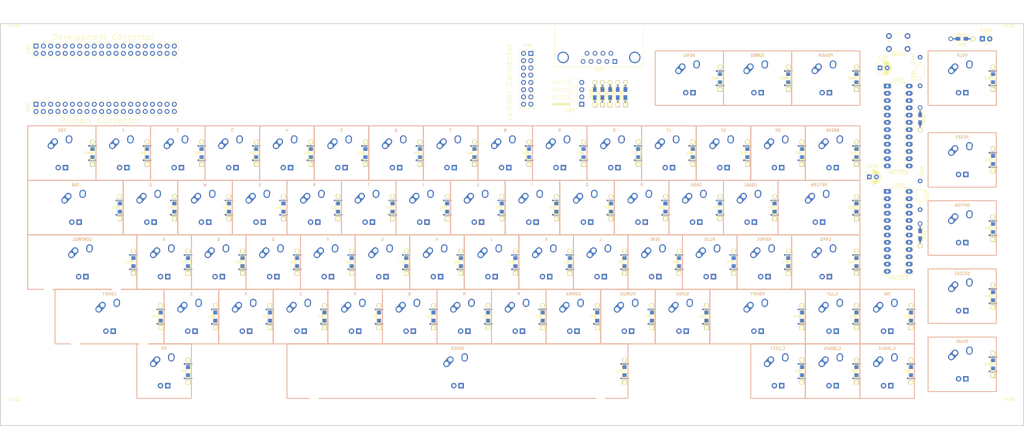
<source format=kicad_pcb>
(kicad_pcb (version 20221018) (generator pcbnew)
  (layers (0 "F.Cu" signal) (31 "B.Cu" signal) (34 "B.Paste" user) (35 "F.Paste" user) (36 "B.SilkS" user "B.Silkscreen") (37 "F.SilkS" user "F.Silkscreen") (38 "B.Mask" user) (39 "F.Mask" user) (44 "Edge.Cuts" user))
  (net 0 "")
  (net 1 "SW_ROW9")
  (net 2 "Net-(D101-K)")
  (net 3 "Net-(D102-K)")
  (net 4 "Net-(D103-K)")
  (net 5 "Net-(D104-K)")
  (net 6 "Net-(D105-K)")
  (net 7 "Net-(D106-K)")
  (net 8 "VCC")
  (net 9 "GND")
  (net 10 "SW_COL1")
  (net 11 "/JS1_APAD")
  (net 12 "/JS1_BPAD")
  (net 13 "RST")
  (net 14 "SW_COL2")
  (net 15 "SW_COL3")
  (net 16 "SW_COL4")
  (net 17 "SW_COL5")
  (net 18 "Net-(U101-ISET)")
  (net 19 "SW_ROW1")
  (net 20 "SW_ROW2")
  (net 21 "SW_ROW3")
  (net 22 "SW_ROW4")
  (net 23 "SW_ROW5")
  (net 24 "SW_ROW6")
  (net 25 "SW_ROW7")
  (net 26 "SW_ROW8")
  (net 27 "SDA")
  (net 28 "/DP21")
  (net 29 "/DP22")
  (net 30 "/DP23")
  (net 31 "/DP24")
  (net 32 "/DP25")
  (net 33 "SPI_CS1")
  (net 34 "SPI_MOSI")
  (net 35 "SPI_CLK")
  (net 36 "SPI_MISO")
  (net 37 "SPI_CS2")
  (net 38 "/DP26")
  (net 39 "/DP27")
  (net 40 "/DP28")
  (net 41 "/DP29")
  (net 42 "/DP30")
  (net 43 "SW_COL9")
  (net 44 "SW_COL8")
  (net 45 "SW_COL7")
  (net 46 "SW_COL6")
  (net 47 "SCL")
  (net 48 "Net-(U102-ISET)")
  (net 49 "LED_ROW1")
  (net 50 "LED_COL1")
  (net 51 "LED_COL2")
  (net 52 "LED_COL3")
  (net 53 "LED_COL4")
  (net 54 "LED_COL5")
  (net 55 "LED_COL6")
  (net 56 "LED_COL7")
  (net 57 "LED_COL8")
  (net 58 "LED_COL9")
  (net 59 "LED_ROW2")
  (net 60 "LED_ROW3")
  (net 61 "LED_ROW4")
  (net 62 "LED_ROW5")
  (net 63 "LED_ROW6")
  (net 64 "LED_ROW7")
  (net 65 "LED_ROW8")
  (net 66 "/SPI_D2")
  (net 80 "LED_ROW9")
  (net 99 "Net-(D200-A)")
  (net 100 "Net-(D201-A)")
  (net 101 "Net-(D202-A)")
  (net 102 "Net-(D203-A)")
  (net 103 "Net-(D204-A)")
  (net 104 "Net-(D205-A)")
  (net 105 "Net-(D206-A)")
  (net 106 "Net-(D207-A)")
  (net 107 "Net-(D208-A)")
  (net 108 "Net-(D209-A)")
  (net 109 "Net-(D210-A)")
  (net 110 "Net-(D211-A)")
  (net 111 "Net-(D212-A)")
  (net 112 "Net-(D213-A)")
  (net 113 "Net-(D214-A)")
  (net 114 "Net-(D215-A)")
  (net 115 "Net-(D216-A)")
  (net 116 "Net-(D217-A)")
  (net 117 "Net-(D218-A)")
  (net 118 "Net-(D219-A)")
  (net 119 "Net-(D220-A)")
  (net 120 "Net-(D221-A)")
  (net 121 "Net-(D222-A)")
  (net 122 "Net-(D223-A)")
  (net 123 "Net-(D224-A)")
  (net 124 "Net-(D225-A)")
  (net 125 "Net-(D226-A)")
  (net 126 "Net-(D227-A)")
  (net 127 "Net-(D228-A)")
  (net 128 "Net-(D229-A)")
  (net 129 "Net-(D230-A)")
  (net 130 "Net-(D231-A)")
  (net 131 "Net-(D232-A)")
  (net 132 "Net-(D233-A)")
  (net 133 "Net-(D234-A)")
  (net 134 "Net-(D235-A)")
  (net 135 "Net-(D236-A)")
  (net 136 "Net-(D237-A)")
  (net 137 "Net-(D238-A)")
  (net 138 "Net-(D239-A)")
  (net 139 "Net-(D240-A)")
  (net 140 "Net-(D241-A)")
  (net 141 "Net-(D242-A)")
  (net 142 "Net-(D243-A)")
  (net 143 "Net-(D244-A)")
  (net 144 "Net-(D245-A)")
  (net 145 "Net-(D246-A)")
  (net 146 "Net-(D247-A)")
  (net 147 "Net-(D248-A)")
  (net 148 "Net-(D249-A)")
  (net 149 "Net-(D250-A)")
  (net 150 "Net-(D251-A)")
  (net 151 "Net-(D252-A)")
  (net 152 "Net-(D253-A)")
  (net 153 "Net-(D254-A)")
  (net 154 "Net-(D255-A)")
  (net 155 "Net-(D256-A)")
  (net 156 "Net-(D257-A)")
  (net 157 "Net-(D258-A)")
  (net 158 "Net-(D259-A)")
  (net 159 "Net-(D260-A)")
  (net 160 "Net-(D261-A)")
  (net 161 "Net-(D262-A)")
  (net 162 "Net-(D263-A)")
  (net 163 "Net-(D264-A)")
  (net 164 "Net-(D265-A)")
  (net 165 "Net-(D266-A)")
  (net 166 "Net-(D267-A)")
  (net 167 "Net-(D268-A)")
  (net 168 "Net-(D269-A)")
  (footprint "retro-kbd:Diode-dual" (layer "F.Cu") (at 260.74688 223.83750 -90)
    (fp_text reference "D238")
    (fp_text value "LT" hide)
  )
  (footprint "retro-kbd:Diode-dual" (layer "F.Cu") (at 251.22188 242.88750 -90)
    (fp_text reference "D243")
    (fp_text value "P" hide)
  )
  (footprint "retro-kbd:Diode-dual" (layer "F.Cu") (at 231.888 203.036 -90)
    (fp_text reference "D103")
    (fp_text value "JS1_DOWN" hide)
  )
  (footprint "retro-kbd:Diode-dual" (layer "F.Cu") (at 213.12188 242.88750 -90)
    (fp_text reference "D217")
    (fp_text value "I" hide)
  )
  (footprint "mx_alps:MX-1U" (layer "F.Cu") (at 71.437500 242.88750 0)
    (fp_text reference "SW210")
    (fp_text value "Q")
  )
  (footprint "retro-kbd:Diode-dual" (layer "F.Cu") (at 103.58438 261.93750 -90)
    (fp_text reference "D220")
    (fp_text value "S" hide)
  )
  (footprint "retro-kbd:Diode-dual" (layer "F.Cu") (at 217.88438 261.93750 -90)
    (fp_text reference "D226")
    (fp_text value "K" hide)
  )
  (footprint "mx_alps:MX-1U" (layer "F.Cu") (at 128.58750 242.88750 0)
    (fp_text reference "SW213")
    (fp_text value "R")
  )
  (footprint "retro-kbd:Diode-dual" (layer "F.Cu") (at 79.771875 242.88750 -90)
    (fp_text reference "D210")
    (fp_text value "Q" hide)
  )
  (footprint "retro-kbd:Diode-dual" (layer "F.Cu") (at 117.87188 242.88750 -90)
    (fp_text reference "D212")
    (fp_text value "E" hide)
  )
  (footprint "retro-kbd:Diode-dual" (layer "F.Cu") (at 127.39688 223.83750 -90)
    (fp_text reference "D204")
    (fp_text value "4" hide)
  )
  (footprint "retro-kbd:Diode-dual" (layer "F.Cu") (at 336.94688 280.98750 -90)
    (fp_text reference "D245")
    (fp_text value "INV" hide)
  )
  (footprint "retro-kbd:Diode-dual" (layer "F.Cu") (at 265.50938 280.98750 -90)
    (fp_text reference "D257")
    (fp_text value "SLASH" hide)
  )
  (footprint "mx_alps:MX-6.25U" (layer "F.Cu") (at 178.59375 300.03750 0)
    (fp_text reference "SW254")
    (fp_text value "SPACE")
  )
  (footprint "retro-kbd:Diode-dual" (layer "F.Cu") (at 241.69688 223.83750 -90)
    (fp_text reference "D237")
    (fp_text value "0" hide)
  )
  (footprint "retro-kbd:Diode-dual" (layer "F.Cu") (at 136.92188 242.88750 -90)
    (fp_text reference "D213")
    (fp_text value "R" hide)
  )
  (footprint "mx_alps:MX-1U" (layer "F.Cu") (at 104.77500 280.98750 0)
    (fp_text reference "SW229")
    (fp_text value "X")
  )
  (footprint "mx_alps:MX-1U" (layer "F.Cu") (at 109.53750 242.88750 0)
    (fp_text reference "SW212")
    (fp_text value "E")
  )
  (footprint "Capacitor_THT:CP_Radial_D5.0mm_P2.50mm" (layer "F.Cu") (at 326.136 194.056)
    (fp_text reference "C101")
    (fp_text value "47uF")
  )
  (footprint "retro-kbd:Diode-dual" (layer "F.Cu") (at 255.98438 261.93750 -90)
    (fp_text reference "D250")
    (fp_text value "SEMI" hide)
  )
  (footprint "retro-kbd:Diode-dual" (layer "F.Cu") (at 298.84688 300.03750 -90)
    (fp_text reference "D259")
    (fp_text value "C_LEFT" hide)
  )
  (footprint "retro-kbd:Diode-dual" (layer "F.Cu") (at 365.52188 250.03125 -90)
    (fp_text reference "D263")
    (fp_text value "OPTION" hide)
  )
  (footprint "mx_alps:MX-1.25U" (layer "F.Cu") (at 259.55625 197.64375 0)
    (fp_text reference "SW267")
    (fp_text value "MENU")
  )
  (footprint "mx_alps:MX-1U" (layer "F.Cu") (at 61.912500 223.83750 0)
    (fp_text reference "SW201")
    (fp_text value "1")
  )
  (footprint "mx_alps:MX-1U" (layer "F.Cu") (at 180.97500 280.98750 0)
    (fp_text reference "SW233")
    (fp_text value "N")
  )
  (footprint "retro-kbd:Diode-dual" (layer "F.Cu") (at 289.32188 242.88750 -90)
    (fp_text reference "D252")
    (fp_text value "EQUAL" hide)
  )
  (footprint "mx_alps:MX-1U" (layer "F.Cu") (at 195.26250 223.83750 0)
    (fp_text reference "SW208")
    (fp_text value "8")
  )
  (footprint "mx_alps:MX-1U" (layer "F.Cu") (at 204.78750 242.88750 0)
    (fp_text reference "SW217")
    (fp_text value "I")
  )
  (footprint "Connector_Dsub:DSUB-9_Male_Horizontal_P2.77x2.84mm_EdgePinOffset9.90mm_Housed_MountingHolesOffset11.32mm" (layer "F.Cu") (at 233.541 191.816 180)
    (fp_text reference "J101")
    (fp_text value "PLAYER 1")
  )
  (footprint "mx_alps:MX-1U" (layer "F.Cu") (at 290.51250 300.03750 0)
    (fp_text reference "SW259")
    (fp_text value "C_LEFT")
  )
  (footprint "mx_alps:MX-1U" (layer "F.Cu") (at 142.87500 280.98750 0)
    (fp_text reference "SW231")
    (fp_text value "V")
  )
  (footprint "retro-kbd:Diode-dual" (layer "F.Cu") (at 317.89688 242.88750 -90)
    (fp_text reference "D253")
    (fp_text value "RETURN" hide)
  )
  (footprint "mx_alps:MX-1U" (layer "F.Cu") (at 138.11250 223.83750 0)
    (fp_text reference "SW205")
    (fp_text value "5")
  )
  (footprint "Package_DIP:DIP-24_W7.62mm_Socket_LongPads" (layer "F.Cu") (at 328.676 237.236)
    (fp_text reference "U102")
    (fp_text value "MAX7219")
  )
  (footprint "mx_alps:MX-1U" (layer "F.Cu") (at 290.51250 223.83750 0)
    (fp_text reference "SW240")
    (fp_text value "BS")
  )
  (footprint "mx_alps:MX-1U" (layer "F.Cu") (at 166.68750 242.88750 0)
    (fp_text reference "SW215")
    (fp_text value "Y")
  )
  (footprint "mx_alps:MX-1U" (layer "F.Cu") (at 80.962500 223.83750 0)
    (fp_text reference "SW202")
    (fp_text value "2")
  )
  (footprint "retro-kbd:Diode-dual" (layer "F.Cu") (at 222.64688 223.83750 -90)
    (fp_text reference "D236")
    (fp_text value "9" hide)
  )
  (footprint "retro-kbd:Diode-dual" (layer "F.Cu") (at 65.484375 261.93750 -90)
    (fp_text reference "D218")
    (fp_text value "CONTROL" hide)
  )
  (footprint "Connector_PinSocket_2.54mm:PinSocket_2x08_P2.54mm_Vertical" (layer "F.Cu") (at 204.216 188.976)
    (fp_text reference "J104")
    (fp_text value "Jumper Connector")
  )
  (footprint "Connector_PinSocket_2.54mm:PinSocket_2x20_P2.54mm_Vertical" (layer "F.Cu") (at 31.496 186.436 90)
    (fp_text reference "J102")
    (fp_text value "Development Connector")
  )
  (footprint "MountingHole:MountingHole_3.2mm_M3" (layer "F.Cu") (at 371.23750 183.59375 0)
    (fp_text reference "H103")
    (fp_text value "MountingHole")
  )
  (footprint "keebio:Resistor-Hybrid" (layer "F.Cu") (at 354.711 183.896 180)
    (fp_text reference "R103")
    (fp_text value "220R")
  )
  (footprint "retro-kbd:Diode-dual" (layer "F.Cu") (at 179.78438 261.93750 -90)
    (fp_text reference "D224")
    (fp_text value "H" hide)
  )
  (footprint "retro-kbd:Diode-dual" (layer "F.Cu") (at 203.59688 223.83750 -90)
    (fp_text reference "D208")
    (fp_text value "8" hide)
  )
  (footprint "Connector_PinSocket_2.54mm:PinSocket_2x20_P2.54mm_Vertical" (layer "F.Cu") (at 31.496 206.756 90)
    (fp_text reference "J105")
    (fp_text value "Primary Connector")
  )
  (footprint "mx_alps:MX-1U" (layer "F.Cu") (at 161.92500 280.98750 0)
    (fp_text reference "SW232")
    (fp_text value "B")
  )
  (footprint "Capacitor_THT:C_Axial_L3.8mm_D2.6mm_P10.00mm_Horizontal" (layer "F.Cu") (at 340.106 200.326 90)
    (fp_text reference "C102")
    (fp_text value "0.1uF")
  )
  (footprint "mx_alps:MX-1U" (layer "F.Cu") (at 185.73750 242.88750 0)
    (fp_text reference "SW216")
    (fp_text value "U")
  )
  (footprint "retro-kbd:Diode-dual" (layer "F.Cu") (at 108.34688 223.83750 -90)
    (fp_text reference "D203")
    (fp_text value "3" hide)
  )
  (footprint "retro-kbd:Diode-dual" (layer "F.Cu") (at 365.52188 226.21875 -90)
    (fp_text reference "D264")
    (fp_text value "RESET" hide)
  )
  (footprint "retro-kbd:Diode-dual" (layer "F.Cu") (at 236.93438 261.93750 -90)
    (fp_text reference "D251")
    (fp_text value "L" hide)
  )
  (footprint "mx_alps:MX-1.25U" (layer "F.Cu") (at 354.80625 197.64375 0)
    (fp_text reference "SW265")
    (fp_text value "HELP")
  )
  (footprint "mx_alps:MX-1U" (layer "F.Cu") (at 247.65000 261.93750 0)
    (fp_text reference "SW250")
    (fp_text value "SEMI")
  )
  (footprint "retro-kbd:Diode-dual" (layer "F.Cu") (at 122.63438 261.93750 -90)
    (fp_text reference "D221")
    (fp_text value "D" hide)
  )
  (footprint "Capacitor_THT:C_Axial_L3.8mm_D2.6mm_P10.00mm_Horizontal" (layer "F.Cu") (at 340.106 243.586 90)
    (fp_text reference "C104")
    (fp_text value "0.1uF")
  )
  (footprint "retro-kbd:Diode-dual" (layer "F.Cu") (at 89.296875 223.83750 -90)
    (fp_text reference "D202")
    (fp_text value "2" hide)
  )
  (footprint "retro-kbd:Diode-dual" (layer "F.Cu") (at 75.009375 280.98750 -90)
    (fp_text reference "D227")
    (fp_text value "LSHIFT" hide)
  )
  (footprint "retro-kbd:Diode-dual" (layer "F.Cu") (at 365.52188 197.64375 -90)
    (fp_text reference "D265")
    (fp_text value "HELP" hide)
  )
  (footprint "retro-kbd:Diode-dual" (layer "F.Cu") (at 336.94688 300.03750 -90)
    (fp_text reference "D261")
    (fp_text value "C_RIGHT" hide)
  )
  (footprint "mx_alps:MX-1U" (layer "F.Cu") (at 90.487500 242.88750 0)
    (fp_text reference "SW211")
    (fp_text value "W")
  )
  (footprint "mx_alps:MX-1U" (layer "F.Cu") (at 123.82500 280.98750 0)
    (fp_text reference "SW230")
    (fp_text value "C")
  )
  (footprint "retro-kbd:Diode-dual" (layer "F.Cu") (at 279.79688 223.83750 -90)
    (fp_text reference "D239")
    (fp_text value "GT" hide)
  )
  (footprint "retro-kbd:Diode-dual" (layer "F.Cu") (at 146.44688 223.83750 -90)
    (fp_text reference "D205")
    (fp_text value "5" hide)
  )
  (footprint "MountingHole:MountingHole_3.2mm_M3" (layer "F.Cu") (at 371.23750 314.08750 0)
    (fp_text reference "H104")
    (fp_text value "MountingHole")
  )
  (footprint "mx_alps:MX-1U" (layer "F.Cu") (at 100.01250 223.83750 0)
    (fp_text reference "SW203")
    (fp_text value "3")
  )
  (footprint "mx_alps:MX-1.25U" (layer "F.Cu") (at 354.80625 226.21875 0)
    (fp_text reference "SW264")
    (fp_text value "RESET")
  )
  (footprint "mx_alps:MX-1U" (layer "F.Cu") (at 114.30000 261.93750 0)
    (fp_text reference "SW221")
    (fp_text value "D")
  )
  (footprint "mx_alps:MX-1U" (layer "F.Cu") (at 223.83750 242.88750 0)
    (fp_text reference "SW242")
    (fp_text value "O")
  )
  (footprint "mx_alps:MX-1U" (layer "F.Cu") (at 200.02500 280.98750 0)
    (fp_text reference "SW234")
    (fp_text value "M")
  )
  (footprint "mx_alps:MX-1U" (layer "F.Cu") (at 271.46250 223.83750 0)
    (fp_text reference "SW239")
    (fp_text value "GT")
  )
  (footprint "mx_alps:MX-1U" (layer "F.Cu") (at 228.60000 261.93750 0)
    (fp_text reference "SW251")
    (fp_text value "L")
  )
  (footprint "retro-kbd:Diode-dual" (layer "F.Cu") (at 229.214 203.036 -90)
    (fp_text reference "D104")
    (fp_text value "JS1_LEFT" hide)
  )
  (footprint "mx_alps:MX-1.25U" (layer "F.Cu") (at 283.36875 197.64375 0)
    (fp_text reference "SW268")
    (fp_text value "TURBO")
  )
  (footprint "Package_DIP:DIP-24_W7.62mm_Socket_LongPads" (layer "F.Cu") (at 328.676 200.406)
    (fp_text reference "U101")
    (fp_text value "MAX7219")
  )
  (footprint "Button_Switch_THT:SW_PUSH_6mm" (layer "F.Cu") (at 335.736 187.416 180)
    (fp_text reference "SW101")
    (fp_text value "RESET")
  )
  (footprint "mx_alps:MX-2U" (layer "F.Cu") (at 47.625000 261.93750 0)
    (fp_text reference "SW218")
    (fp_text value "CONTROL")
  )
  (footprint "retro-kbd:Diode-dual" (layer "F.Cu") (at 208.35938 280.98750 -90)
    (fp_text reference "D234")
    (fp_text value "M" hide)
  )
  (footprint "mx_alps:MX-1U" (layer "F.Cu") (at 266.70000 261.93750 0)
    (fp_text reference "SW249")
    (fp_text value "PLUS")
  )
  (footprint "retro-kbd:Diode-dual" (layer "F.Cu") (at 151.20938 280.98750 -90)
    (fp_text reference "D231")
    (fp_text value "V" hide)
  )
  (footprint "mx_alps:MX-1U" (layer "F.Cu") (at 119.06250 223.83750 0)
    (fp_text reference "SW204")
    (fp_text value "4")
  )
  (footprint "retro-kbd:Diode-dual" (layer "F.Cu") (at 294.08438 197.64375 -90)
    (fp_text reference "D268")
    (fp_text value "TURBO" hide)
  )
  (footprint "retro-kbd:Diode-dual" (layer "F.Cu") (at 275.03438 261.93750 -90)
    (fp_text reference "D249")
    (fp_text value "PLUS" hide)
  )
  (footprint "mx_alps:MX-1U" (layer "F.Cu") (at 190.50000 261.93750 0)
    (fp_text reference "SW225")
    (fp_text value "J")
  )
  (footprint "retro-kbd:Diode-dual" (layer "F.Cu") (at 317.89688 197.64375 -90)
    (fp_text reference "D266")
    (fp_text value "POWER" hide)
  )
  (footprint "retro-kbd:Diode-dual" (layer "F.Cu") (at 165.49688 223.83750 -90)
    (fp_text reference "D206")
    (fp_text value "6" hide)
  )
  (footprint "mx_alps:MX-1U" (layer "F.Cu") (at 147.63750 242.88750 0)
    (fp_text reference "SW214")
    (fp_text value "T")
  )
  (footprint "retro-kbd:Diode-dual" (layer "F.Cu") (at 365.52188 273.84375 -90)
    (fp_text reference "D262")
    (fp_text value "SELECT" hide)
  )
  (footprint "keebio:Resistor-Hybrid" (layer "F.Cu") (at 340.106 252.386 90)
    (fp_text reference "R102")
    (fp_text value "22K" hide)
  )
  (footprint "mx_alps:MX-1U" (layer "F.Cu") (at 219.07500 280.98750 0)
    (fp_text reference "SW235")
    (fp_text value "COMMA")
  )
  (footprint "retro-kbd:Diode-dual" (layer "F.Cu") (at 234.562 203.036 -90)
    (fp_text reference "D102")
    (fp_text value "JS1_TRIG" hide)
  )
  (footprint "retro-kbd:Diode-dual" (layer "F.Cu") (at 189.30938 280.98750 -90)
    (fp_text reference "D233")
    (fp_text value "N" hide)
  )
  (footprint "retro-kbd:Diode-dual" (layer "F.Cu") (at 141.68438 261.93750 -90)
    (fp_text reference "D222")
    (fp_text value "F" hide)
  )
  (footprint "mx_alps:MX-1.25U" (layer "F.Cu") (at 354.80625 273.84375 0)
    (fp_text reference "SW262")
    (fp_text value "SELECT")
  )
  (footprint "mx_alps:MX-1U" (layer "F.Cu") (at 209.55000 261.93750 0)
    (fp_text reference "SW226")
    (fp_text value "K")
  )
  (footprint "mx_alps:MX-1.25U" (layer "F.Cu") (at 40.481250 223.83750 0)
    (fp_text reference "SW200")
    (fp_text value "ESC")
  )
  (footprint "mx_alps:MX-1U" (layer "F.Cu") (at 257.17500 280.98750 0)
    (fp_text reference "SW257")
    (fp_text value "SLASH")
  )
  (footprint "mx_alps:MX-1U" (layer "F.Cu") (at 328.61250 300.03750 0)
    (fp_text reference "SW261")
    (fp_text value "C_RIGHT")
  )
  (footprint "mx_alps:MX-1U" (layer "F.Cu") (at 280.98750 242.88750 0)
    (fp_text reference "SW252")
    (fp_text value "EQUAL")
  )
  (footprint "mx_alps:MX-1.5U" (layer "F.Cu") (at 304.80000 242.88750 0)
    (fp_text reference "SW253")
    (fp_text value "RETURN")
  )
  (footprint "mx_alps:MX-2U" (layer "F.Cu") (at 57.150000 280.98750 0)
    (fp_text reference "SW227")
    (fp_text value "LSHIFT")
  )
  (footprint "mx_alps:MX-1U" (layer "F.Cu") (at 238.12500 280.98750 0)
    (fp_text reference "SW256")
    (fp_text value "PERIOD")
  )
  (footprint "mx_alps:MX-1U" (layer "F.Cu") (at 328.61250 280.98750 0)
    (fp_text reference "SW245")
    (fp_text value "INV")
  )
  (footprint "retro-kbd:Diode-dual" (layer "F.Cu") (at 237.236 203.036 -90)
    (fp_text reference "D101")
    (fp_text value "JS1_UP" hide)
  )
  (footprint "retro-kbd:Diode-dual" (layer "F.Cu") (at 298.84688 280.98750 -90)
    (fp_text reference "D258")
    (fp_text value "RSHIFT" hide)
  )
  (footprint "retro-kbd:Diode-dual" (layer "F.Cu") (at 198.83438 261.93750 -90)
    (fp_text reference "D225")
    (fp_text value "J" hide)
  )
  (footprint "mx_alps:MX-1U" (layer "F.Cu") (at 242.88750 242.88750 0)
    (fp_text reference "SW243")
    (fp_text value "P")
  )
  (footprint "mx_alps:MX-1.75U" (layer "F.Cu") (at 45.243750 242.88750 0)
    (fp_text reference "SW209")
    (fp_text value "TAB")
  )
  (footprint "mx_alps:MX-1.25U" (layer "F.Cu") (at 307.18125 261.93750 0)
    (fp_text reference "SW247")
    (fp_text value "CAPS")
  )
  (footprint "retro-kbd:Diode-dual" (layer "F.Cu") (at 365.52188 297.65625 -90)
    (fp_text reference "D269")
    (fp_text value "START" hide)
  )
  (footprint "retro-kbd:Diode-dual" (layer "F.Cu") (at 175.02188 242.88750 -90)
    (fp_text reference "D215")
    (fp_text value "Y" hide)
  )
  (footprint "mx_alps:MX-1U" (layer "F.Cu") (at 157.16250 223.83750 0)
    (fp_text reference "SW206")
    (fp_text value "6")
  )
  (footprint "retro-kbd:Diode-dual" (layer "F.Cu") (at 294.08438 261.93750 -90)
    (fp_text reference "D248")
    (fp_text value "ASTRIX" hide)
  )
  (footprint "mx_alps:MX-1U" (layer "F.Cu") (at 261.93750 242.88750 0)
    (fp_text reference "SW244")
    (fp_text value "DASH")
  )
  (footprint "retro-kbd:Diode-dual" (layer "F.Cu") (at 194.07188 242.88750 -90)
    (fp_text reference "D216")
    (fp_text value "U" hide)
  )
  (footprint "mx_alps:MX-1.25U" (layer "F.Cu") (at 307.18125 197.64375 0)
    (fp_text reference "SW266")
    (fp_text value "POWER")
  )
  (footprint "mx_alps:MX-1.75U" (layer "F.Cu") (at 283.36875 280.98750 0)
    (fp_text reference "SW258")
    (fp_text value "RSHIFT")
  )
  (footprint "mx_alps:MX-1U" (layer "F.Cu") (at 309.56250 223.83750 0)
    (fp_text reference "SW241")
    (fp_text value "BREAK")
  )
  (footprint "retro-kbd:Diode-dual" (layer "F.Cu") (at 317.89688 261.93750 -90)
    (fp_text reference "D247")
    (fp_text value "CAPS" hide)
  )
  (footprint "retro-kbd:Diode-dual" (layer "F.Cu") (at 84.534375 261.93750 -90)
    (fp_text reference "D219")
    (fp_text value "A" hide)
  )
  (footprint "Connector_PinHeader_2.54mm:PinHeader_1x04_P2.54mm_Horizontal" (layer "F.Cu") (at 221.996 206.756 180)
    (fp_text reference "J103")
    (fp_text value "I2C DISPLAY")
  )
  (footprint "retro-kbd:Diode-dual" (layer "F.Cu") (at 226.54 203.036 -90)
    (fp_text reference "D105")
    (fp_text value "JS1_RIGHT" hide)
  )
  (footprint "retro-kbd:Diode-dual" (layer "F.Cu") (at 232.17188 242.88750 -90)
    (fp_text reference "D242")
    (fp_text value "O" hide)
  )
  (footprint "retro-kbd:Diode-dual" (layer "F.Cu") (at 113.10938 280.98750 -90)
    (fp_text reference "D229")
    (fp_text value "X" hide)
  )
  (footprint "retro-kbd:Diode-dual" (layer "F.Cu") (at 317.89688 300.03750 -90)
    (fp_text reference "D260")
    (fp_text value "C_DOWN" hide)
  )
  (footprint "retro-kbd:Diode-dual" (layer "F.Cu") (at 170.25938 280.98750 -90)
    (fp_text reference "D232")
    (fp_text value "B" hide)
  )
  (footprint "retro-kbd:Diode-dual" (layer "F.Cu") (at 236.93438 300.03750 -90)
    (fp_text reference "D254")
    (fp_text value "SPACE" hide)
  )
  (footprint "mx_alps:MX-1U" (layer "F.Cu") (at 285.75000 261.93750 0)
    (fp_text reference "SW248")
    (fp_text value "ASTRIX")
  )
  (footprint "retro-kbd:Diode-dual" (layer "F.Cu") (at 70.246875 223.83750 -90)
    (fp_text reference "D201")
    (fp_text value "1" hide)
  )
  (footprint "retro-kbd:Diode-dual" (layer "F.Cu") (at 155.97188 242.88750 -90)
    (fp_text reference "D214")
    (fp_text value "T" hide)
  )
  (footprint "retro-kbd:Diode-dual" (layer "F.Cu") (at 51.196875 223.83750 -90)
    (fp_text reference "D200")
    (fp_text value "ESC" hide)
  )
  (footprint "retro-kbd:Diode-dual" (layer "F.Cu") (at 270.27188 197.64375 -90)
    (fp_text reference "D267")
    (fp_text value "MENU" hide)
  )
  (footprint "retro-kbd:Diode-dual" (layer "F.Cu") (at 132.15938 280.98750 -90)
    (fp_text reference "D230")
    (fp_text value "C" hide)
  )
  (footprint "Capacitor_THT:CP_Radial_D5.0mm_P2.50mm" (layer "F.Cu") (at 322.366 232.156)
    (fp_text reference "C103")
    (fp_text value "47uF")
  )
  (footprint "mx_alps:MX-1U" (layer "F.Cu") (at 233.36250 223.83750 0)
    (fp_text reference "SW237")
    (fp_text value "0")
  )
  (footprint "retro-kbd:Diode-dual" (layer "F.Cu") (at 98.821875 242.88750 -90)
    (fp_text reference "D211")
    (fp_text value "W" hide)
  )
  (footprint "mx_alps:MX-1U" (layer "F.Cu") (at 309.56250 300.03750 0)
    (fp_text reference "SW260")
    (fp_text value "C_DOWN")
  )
  (footprint "retro-kbd:Diode-dual" (layer "F.Cu") (at 60.721875 242.88750 -90)
    (fp_text reference "D209")
    (fp_text value "TAB" hide)
  )
  (footprint "mx_alps:MX-1U" (layer "F.Cu") (at 171.45000 261.93750 0)
    (fp_text reference "SW224")
    (fp_text value "H")
  )
  (footprint "retro-kbd:Diode-dual" (layer "F.Cu") (at 84.534375 300.03750 -90)
    (fp_text reference "D255")
    (fp_text value "FN" hide)
  )
  (footprint "mx_alps:MX-1.25U" (layer "F.Cu") (at 354.80625 250.03125 0)
    (fp_text reference "SW263")
    (fp_text value "OPTION")
  )
  (footprint "mx_alps:MX-1U" (layer "F.Cu") (at 309.56250 280.98750 0)
    (fp_text reference "SW246")
    (fp_text value "C_UP")
  )
  (footprint "mx_alps:MX-1U" (layer "F.Cu") (at 76.200000 300.03750 0)
    (fp_text reference "SW255")
    (fp_text value "FN")
  )
  (footprint "retro-kbd:Diode-dual" (layer "F.Cu") (at 246.45938 280.98750 -90)
    (fp_text reference "D256")
    (fp_text value "PERIOD" hide)
  )
  (footprint "mx_alps:MX-1U" (layer "F.Cu") (at 95.250000 261.93750 0)
    (fp_text reference "SW220")
    (fp_text value "S")
  )
  (footprint "retro-kbd:Diode-dual" (layer "F.Cu") (at 270.27188 242.88750 -90)
    (fp_text reference "D244")
    (fp_text value "DASH" hide)
  )
  (footprint "mx_alps:MX-1U" (layer "F.Cu") (at 214.31250 223.83750 0)
    (fp_text reference "SW236")
    (fp_text value "9")
  )
  (footprint "retro-kbd:Diode-dual" (layer "F.Cu") (at 184.54688 223.83750 -90)
    (fp_text reference "D207")
    (fp_text value "7" hide)
  )
  (footprint "keebio:Resistor-Hybrid" (layer "F.Cu") (at 340.106 211.836 90)
    (fp_text reference "R101")
    (fp_text value "22K" hide)
  )
  (footprint "retro-kbd:Diode-dual" (layer "F.Cu") (at 227.40938 280.98750 -90)
    (fp_text reference "D235")
    (fp_text value "COMMA" hide)
  )
  (footprint "retro-kbd:Diode-dual" (layer "F.Cu") (at 160.73438 261.93750 -90)
    (fp_text reference "D223")
    (fp_text value "G" hide)
  )
  (footprint "retro-kbd:Diode-dual" (layer "F.Cu") (at 317.89688 223.83750 -90)
    (fp_text reference "D241")
    (fp_text value "BREAK" hide)
  )
  (footprint "retro-kbd:Diode-dual" (layer "F.Cu") (at 317.89688 280.98750 -90)
    (fp_text reference "D246")
    (fp_text value "C_UP" hide)
  )
  (footprint "retro-kbd:Diode-dual" (layer "F.Cu") (at 94.059375 280.98750 -90)
    (fp_text reference "D228")
    (fp_text value "Z" hide)
  )
  (footprint "mx_alps:MX-1U" (layer "F.Cu") (at 176.21250 223.83750 0)
    (fp_text reference "SW207")
    (fp_text value "7")
  )
  (footprint "mx_alps:MX-1U" (layer "F.Cu") (at 133.35000 261.93750 0)
    (fp_text reference "SW222")
    (fp_text value "F")
  )
  (footprint "MountingHole:MountingHole_3.2mm_M3" (layer "F.Cu") (at 24.050000 314.08750 0)
    (fp_text reference "H102")
    (fp_text value "MountingHole")
  )
  (footprint "MountingHole:MountingHole_3.2mm_M3" (layer "F.Cu") (at 24.050000 183.59375 0)
    (fp_text reference "H101")
    (fp_text value "MountingHole")
  )
  (footprint "mx_alps:MX-1U" (layer "F.Cu") (at 152.40000 261.93750 0)
    (fp_text reference "SW223")
    (fp_text value "G")
  )
  (footprint "mx_alps:MX-1U" (layer "F.Cu") (at 85.725000 280.98750 0)
    (fp_text reference "SW228")
    (fp_text value "Z")
  )
  (footprint "retro-kbd:Diode-dual" (layer "F.Cu") (at 298.84688 223.83750 -90)
    (fp_text reference "D240")
    (fp_text value "BS" hide)
  )
  (footprint "mx_alps:MX-1U" (layer "F.Cu") (at 76.200000 261.93750 0)
    (fp_text reference "SW219")
    (fp_text value "A")
  )
  (footprint "LED_THT:LED_D3.0mm" (layer "F.Cu") (at 361.866 183.896 0)
    (fp_text reference "D106")
    (fp_text value "LED")
  )
  (footprint "mx_alps:MX-1.25U" (layer "F.Cu") (at 354.80625 297.65625 0)
    (fp_text reference "SW269")
    (fp_text value "START")
  )
  (footprint "mx_alps:MX-1U" (layer "F.Cu") (at 252.41250 223.83750 0)
    (fp_text reference "SW238")
    (fp_text value "LT")
  )
  (gr_rect (start 247.65000 188.11875) (end 271.46250 207.16875) (layer "F.SilkS") (width 0.3) (fill none))
  (gr_rect (start 247.65000 188.11875) (end 271.46250 207.16875) (layer "B.SilkS") (width 0.3) (fill none))
  (gr_rect (start 271.46250 188.11875) (end 295.27500 207.16875) (layer "F.SilkS") (width 0.3) (fill none))
  (gr_rect (start 271.46250 188.11875) (end 295.27500 207.16875) (layer "B.SilkS") (width 0.3) (fill none))
  (gr_rect (start 295.27500 188.11875) (end 319.08750 207.16875) (layer "F.SilkS") (width 0.3) (fill none))
  (gr_rect (start 295.27500 188.11875) (end 319.08750 207.16875) (layer "B.SilkS") (width 0.3) (fill none))
  (gr_rect (start 342.90000 188.11875) (end 366.71250 207.16875) (layer "F.SilkS") (width 0.3) (fill none))
  (gr_rect (start 342.90000 188.11875) (end 366.71250 207.16875) (layer "B.SilkS") (width 0.3) (fill none))
  (gr_rect (start 28.575000 214.31250) (end 52.387500 233.36250) (layer "F.SilkS") (width 0.3) (fill none))
  (gr_rect (start 28.575000 214.31250) (end 52.387500 233.36250) (layer "B.SilkS") (width 0.3) (fill none))
  (gr_rect (start 52.387500 214.31250) (end 71.437500 233.36250) (layer "F.SilkS") (width 0.3) (fill none))
  (gr_rect (start 52.387500 214.31250) (end 71.437500 233.36250) (layer "B.SilkS") (width 0.3) (fill none))
  (gr_rect (start 71.437500 214.31250) (end 90.487500 233.36250) (layer "F.SilkS") (width 0.3) (fill none))
  (gr_rect (start 71.437500 214.31250) (end 90.487500 233.36250) (layer "B.SilkS") (width 0.3) (fill none))
  (gr_rect (start 90.48750 214.31250) (end 109.53750 233.36250) (layer "F.SilkS") (width 0.3) (fill none))
  (gr_rect (start 90.48750 214.31250) (end 109.53750 233.36250) (layer "B.SilkS") (width 0.3) (fill none))
  (gr_rect (start 109.53750 214.31250) (end 128.58750 233.36250) (layer "F.SilkS") (width 0.3) (fill none))
  (gr_rect (start 109.53750 214.31250) (end 128.58750 233.36250) (layer "B.SilkS") (width 0.3) (fill none))
  (gr_rect (start 128.58750 214.31250) (end 147.63750 233.36250) (layer "F.SilkS") (width 0.3) (fill none))
  (gr_rect (start 128.58750 214.31250) (end 147.63750 233.36250) (layer "B.SilkS") (width 0.3) (fill none))
  (gr_rect (start 147.63750 214.31250) (end 166.68750 233.36250) (layer "F.SilkS") (width 0.3) (fill none))
  (gr_rect (start 147.63750 214.31250) (end 166.68750 233.36250) (layer "B.SilkS") (width 0.3) (fill none))
  (gr_rect (start 166.68750 214.31250) (end 185.73750 233.36250) (layer "F.SilkS") (width 0.3) (fill none))
  (gr_rect (start 166.68750 214.31250) (end 185.73750 233.36250) (layer "B.SilkS") (width 0.3) (fill none))
  (gr_rect (start 185.73750 214.31250) (end 204.78750 233.36250) (layer "F.SilkS") (width 0.3) (fill none))
  (gr_rect (start 185.73750 214.31250) (end 204.78750 233.36250) (layer "B.SilkS") (width 0.3) (fill none))
  (gr_rect (start 204.78750 214.31250) (end 223.83750 233.36250) (layer "F.SilkS") (width 0.3) (fill none))
  (gr_rect (start 204.78750 214.31250) (end 223.83750 233.36250) (layer "B.SilkS") (width 0.3) (fill none))
  (gr_rect (start 223.83750 214.31250) (end 242.88750 233.36250) (layer "F.SilkS") (width 0.3) (fill none))
  (gr_rect (start 223.83750 214.31250) (end 242.88750 233.36250) (layer "B.SilkS") (width 0.3) (fill none))
  (gr_rect (start 242.88750 214.31250) (end 261.93750 233.36250) (layer "F.SilkS") (width 0.3) (fill none))
  (gr_rect (start 242.88750 214.31250) (end 261.93750 233.36250) (layer "B.SilkS") (width 0.3) (fill none))
  (gr_rect (start 261.93750 214.31250) (end 280.98750 233.36250) (layer "F.SilkS") (width 0.3) (fill none))
  (gr_rect (start 261.93750 214.31250) (end 280.98750 233.36250) (layer "B.SilkS") (width 0.3) (fill none))
  (gr_rect (start 280.98750 214.31250) (end 300.03750 233.36250) (layer "F.SilkS") (width 0.3) (fill none))
  (gr_rect (start 280.98750 214.31250) (end 300.03750 233.36250) (layer "B.SilkS") (width 0.3) (fill none))
  (gr_rect (start 300.03750 214.31250) (end 319.08750 233.36250) (layer "F.SilkS") (width 0.3) (fill none))
  (gr_rect (start 300.03750 214.31250) (end 319.08750 233.36250) (layer "B.SilkS") (width 0.3) (fill none))
  (gr_rect (start 342.90000 216.69375) (end 366.71250 235.74375) (layer "F.SilkS") (width 0.3) (fill none))
  (gr_rect (start 342.90000 216.69375) (end 366.71250 235.74375) (layer "B.SilkS") (width 0.3) (fill none))
  (gr_rect (start 28.575000 233.36250) (end 61.912500 252.41250) (layer "F.SilkS") (width 0.3) (fill none))
  (gr_rect (start 28.575000 233.36250) (end 61.912500 252.41250) (layer "B.SilkS") (width 0.3) (fill none))
  (gr_rect (start 61.912500 233.36250) (end 80.962500 252.41250) (layer "F.SilkS") (width 0.3) (fill none))
  (gr_rect (start 61.912500 233.36250) (end 80.962500 252.41250) (layer "B.SilkS") (width 0.3) (fill none))
  (gr_rect (start 80.962500 233.36250) (end 100.01250 252.41250) (layer "F.SilkS") (width 0.3) (fill none))
  (gr_rect (start 80.962500 233.36250) (end 100.01250 252.41250) (layer "B.SilkS") (width 0.3) (fill none))
  (gr_rect (start 100.01250 233.36250) (end 119.06250 252.41250) (layer "F.SilkS") (width 0.3) (fill none))
  (gr_rect (start 100.01250 233.36250) (end 119.06250 252.41250) (layer "B.SilkS") (width 0.3) (fill none))
  (gr_rect (start 119.06250 233.36250) (end 138.11250 252.41250) (layer "F.SilkS") (width 0.3) (fill none))
  (gr_rect (start 119.06250 233.36250) (end 138.11250 252.41250) (layer "B.SilkS") (width 0.3) (fill none))
  (gr_rect (start 138.11250 233.36250) (end 157.16250 252.41250) (layer "F.SilkS") (width 0.3) (fill none))
  (gr_rect (start 138.11250 233.36250) (end 157.16250 252.41250) (layer "B.SilkS") (width 0.3) (fill none))
  (gr_rect (start 157.16250 233.36250) (end 176.21250 252.41250) (layer "F.SilkS") (width 0.3) (fill none))
  (gr_rect (start 157.16250 233.36250) (end 176.21250 252.41250) (layer "B.SilkS") (width 0.3) (fill none))
  (gr_rect (start 176.21250 233.36250) (end 195.26250 252.41250) (layer "F.SilkS") (width 0.3) (fill none))
  (gr_rect (start 176.21250 233.36250) (end 195.26250 252.41250) (layer "B.SilkS") (width 0.3) (fill none))
  (gr_rect (start 195.26250 233.36250) (end 214.31250 252.41250) (layer "F.SilkS") (width 0.3) (fill none))
  (gr_rect (start 195.26250 233.36250) (end 214.31250 252.41250) (layer "B.SilkS") (width 0.3) (fill none))
  (gr_rect (start 214.31250 233.36250) (end 233.36250 252.41250) (layer "F.SilkS") (width 0.3) (fill none))
  (gr_rect (start 214.31250 233.36250) (end 233.36250 252.41250) (layer "B.SilkS") (width 0.3) (fill none))
  (gr_rect (start 233.36250 233.36250) (end 252.41250 252.41250) (layer "F.SilkS") (width 0.3) (fill none))
  (gr_rect (start 233.36250 233.36250) (end 252.41250 252.41250) (layer "B.SilkS") (width 0.3) (fill none))
  (gr_rect (start 252.41250 233.36250) (end 271.46250 252.41250) (layer "F.SilkS") (width 0.3) (fill none))
  (gr_rect (start 252.41250 233.36250) (end 271.46250 252.41250) (layer "B.SilkS") (width 0.3) (fill none))
  (gr_rect (start 271.46250 233.36250) (end 290.51250 252.41250) (layer "F.SilkS") (width 0.3) (fill none))
  (gr_rect (start 271.46250 233.36250) (end 290.51250 252.41250) (layer "B.SilkS") (width 0.3) (fill none))
  (gr_rect (start 290.51250 233.36250) (end 319.08750 252.41250) (layer "F.SilkS") (width 0.3) (fill none))
  (gr_rect (start 290.51250 233.36250) (end 319.08750 252.41250) (layer "B.SilkS") (width 0.3) (fill none))
  (gr_rect (start 342.90000 240.50625) (end 366.71250 259.55625) (layer "F.SilkS") (width 0.3) (fill none))
  (gr_rect (start 342.90000 240.50625) (end 366.71250 259.55625) (layer "B.SilkS") (width 0.3) (fill none))
  (gr_rect (start 28.575000 252.41250) (end 66.675000 271.46250) (layer "F.SilkS") (width 0.3) (fill none))
  (gr_rect (start 28.575000 252.41250) (end 66.675000 271.46250) (layer "B.SilkS") (width 0.3) (fill none))
  (gr_rect (start 66.675000 252.41250) (end 85.725000 271.46250) (layer "F.SilkS") (width 0.3) (fill none))
  (gr_rect (start 66.675000 252.41250) (end 85.725000 271.46250) (layer "B.SilkS") (width 0.3) (fill none))
  (gr_rect (start 85.725000 252.41250) (end 104.77500 271.46250) (layer "F.SilkS") (width 0.3) (fill none))
  (gr_rect (start 85.725000 252.41250) (end 104.77500 271.46250) (layer "B.SilkS") (width 0.3) (fill none))
  (gr_rect (start 104.77500 252.41250) (end 123.82500 271.46250) (layer "F.SilkS") (width 0.3) (fill none))
  (gr_rect (start 104.77500 252.41250) (end 123.82500 271.46250) (layer "B.SilkS") (width 0.3) (fill none))
  (gr_rect (start 123.82500 252.41250) (end 142.87500 271.46250) (layer "F.SilkS") (width 0.3) (fill none))
  (gr_rect (start 123.82500 252.41250) (end 142.87500 271.46250) (layer "B.SilkS") (width 0.3) (fill none))
  (gr_rect (start 142.87500 252.41250) (end 161.92500 271.46250) (layer "F.SilkS") (width 0.3) (fill none))
  (gr_rect (start 142.87500 252.41250) (end 161.92500 271.46250) (layer "B.SilkS") (width 0.3) (fill none))
  (gr_rect (start 161.92500 252.41250) (end 180.97500 271.46250) (layer "F.SilkS") (width 0.3) (fill none))
  (gr_rect (start 161.92500 252.41250) (end 180.97500 271.46250) (layer "B.SilkS") (width 0.3) (fill none))
  (gr_rect (start 180.97500 252.41250) (end 200.02500 271.46250) (layer "F.SilkS") (width 0.3) (fill none))
  (gr_rect (start 180.97500 252.41250) (end 200.02500 271.46250) (layer "B.SilkS") (width 0.3) (fill none))
  (gr_rect (start 200.02500 252.41250) (end 219.07500 271.46250) (layer "F.SilkS") (width 0.3) (fill none))
  (gr_rect (start 200.02500 252.41250) (end 219.07500 271.46250) (layer "B.SilkS") (width 0.3) (fill none))
  (gr_rect (start 219.07500 252.41250) (end 238.12500 271.46250) (layer "F.SilkS") (width 0.3) (fill none))
  (gr_rect (start 219.07500 252.41250) (end 238.12500 271.46250) (layer "B.SilkS") (width 0.3) (fill none))
  (gr_rect (start 238.12500 252.41250) (end 257.17500 271.46250) (layer "F.SilkS") (width 0.3) (fill none))
  (gr_rect (start 238.12500 252.41250) (end 257.17500 271.46250) (layer "B.SilkS") (width 0.3) (fill none))
  (gr_rect (start 257.17500 252.41250) (end 276.22500 271.46250) (layer "F.SilkS") (width 0.3) (fill none))
  (gr_rect (start 257.17500 252.41250) (end 276.22500 271.46250) (layer "B.SilkS") (width 0.3) (fill none))
  (gr_rect (start 276.22500 252.41250) (end 295.27500 271.46250) (layer "F.SilkS") (width 0.3) (fill none))
  (gr_rect (start 276.22500 252.41250) (end 295.27500 271.46250) (layer "B.SilkS") (width 0.3) (fill none))
  (gr_rect (start 295.27500 252.41250) (end 319.08750 271.46250) (layer "F.SilkS") (width 0.3) (fill none))
  (gr_rect (start 295.27500 252.41250) (end 319.08750 271.46250) (layer "B.SilkS") (width 0.3) (fill none))
  (gr_rect (start 342.90000 264.31875) (end 366.71250 283.36875) (layer "F.SilkS") (width 0.3) (fill none))
  (gr_rect (start 342.90000 264.31875) (end 366.71250 283.36875) (layer "B.SilkS") (width 0.3) (fill none))
  (gr_rect (start 38.100000 271.46250) (end 76.200000 290.51250) (layer "F.SilkS") (width 0.3) (fill none))
  (gr_rect (start 38.100000 271.46250) (end 76.200000 290.51250) (layer "B.SilkS") (width 0.3) (fill none))
  (gr_rect (start 76.200000 271.46250) (end 95.250000 290.51250) (layer "F.SilkS") (width 0.3) (fill none))
  (gr_rect (start 76.200000 271.46250) (end 95.250000 290.51250) (layer "B.SilkS") (width 0.3) (fill none))
  (gr_rect (start 95.25000 271.46250) (end 114.30000 290.51250) (layer "F.SilkS") (width 0.3) (fill none))
  (gr_rect (start 95.25000 271.46250) (end 114.30000 290.51250) (layer "B.SilkS") (width 0.3) (fill none))
  (gr_rect (start 114.30000 271.46250) (end 133.35000 290.51250) (layer "F.SilkS") (width 0.3) (fill none))
  (gr_rect (start 114.30000 271.46250) (end 133.35000 290.51250) (layer "B.SilkS") (width 0.3) (fill none))
  (gr_rect (start 133.35000 271.46250) (end 152.40000 290.51250) (layer "F.SilkS") (width 0.3) (fill none))
  (gr_rect (start 133.35000 271.46250) (end 152.40000 290.51250) (layer "B.SilkS") (width 0.3) (fill none))
  (gr_rect (start 152.40000 271.46250) (end 171.45000 290.51250) (layer "F.SilkS") (width 0.3) (fill none))
  (gr_rect (start 152.40000 271.46250) (end 171.45000 290.51250) (layer "B.SilkS") (width 0.3) (fill none))
  (gr_rect (start 171.45000 271.46250) (end 190.50000 290.51250) (layer "F.SilkS") (width 0.3) (fill none))
  (gr_rect (start 171.45000 271.46250) (end 190.50000 290.51250) (layer "B.SilkS") (width 0.3) (fill none))
  (gr_rect (start 190.50000 271.46250) (end 209.55000 290.51250) (layer "F.SilkS") (width 0.3) (fill none))
  (gr_rect (start 190.50000 271.46250) (end 209.55000 290.51250) (layer "B.SilkS") (width 0.3) (fill none))
  (gr_rect (start 209.55000 271.46250) (end 228.60000 290.51250) (layer "F.SilkS") (width 0.3) (fill none))
  (gr_rect (start 209.55000 271.46250) (end 228.60000 290.51250) (layer "B.SilkS") (width 0.3) (fill none))
  (gr_rect (start 228.60000 271.46250) (end 247.65000 290.51250) (layer "F.SilkS") (width 0.3) (fill none))
  (gr_rect (start 228.60000 271.46250) (end 247.65000 290.51250) (layer "B.SilkS") (width 0.3) (fill none))
  (gr_rect (start 247.65000 271.46250) (end 266.70000 290.51250) (layer "F.SilkS") (width 0.3) (fill none))
  (gr_rect (start 247.65000 271.46250) (end 266.70000 290.51250) (layer "B.SilkS") (width 0.3) (fill none))
  (gr_rect (start 266.70000 271.46250) (end 300.03750 290.51250) (layer "F.SilkS") (width 0.3) (fill none))
  (gr_rect (start 266.70000 271.46250) (end 300.03750 290.51250) (layer "B.SilkS") (width 0.3) (fill none))
  (gr_rect (start 300.03750 271.46250) (end 319.08750 290.51250) (layer "F.SilkS") (width 0.3) (fill none))
  (gr_rect (start 300.03750 271.46250) (end 319.08750 290.51250) (layer "B.SilkS") (width 0.3) (fill none))
  (gr_rect (start 319.08750 271.46250) (end 338.13750 290.51250) (layer "F.SilkS") (width 0.3) (fill none))
  (gr_rect (start 319.08750 271.46250) (end 338.13750 290.51250) (layer "B.SilkS") (width 0.3) (fill none))
  (gr_rect (start 342.90000 288.13125) (end 366.71250 307.18125) (layer "F.SilkS") (width 0.3) (fill none))
  (gr_rect (start 342.90000 288.13125) (end 366.71250 307.18125) (layer "B.SilkS") (width 0.3) (fill none))
  (gr_rect (start 66.675000 290.51250) (end 85.725000 309.56250) (layer "F.SilkS") (width 0.3) (fill none))
  (gr_rect (start 66.675000 290.51250) (end 85.725000 309.56250) (layer "B.SilkS") (width 0.3) (fill none))
  (gr_rect (start 119.06250 290.51250) (end 238.12500 309.56250) (layer "F.SilkS") (width 0.3) (fill none))
  (gr_rect (start 119.06250 290.51250) (end 238.12500 309.56250) (layer "B.SilkS") (width 0.3) (fill none))
  (gr_rect (start 280.98750 290.51250) (end 300.03750 309.56250) (layer "F.SilkS") (width 0.3) (fill none))
  (gr_rect (start 280.98750 290.51250) (end 300.03750 309.56250) (layer "B.SilkS") (width 0.3) (fill none))
  (gr_rect (start 300.03750 290.51250) (end 319.08750 309.56250) (layer "F.SilkS") (width 0.3) (fill none))
  (gr_rect (start 300.03750 290.51250) (end 319.08750 309.56250) (layer "B.SilkS") (width 0.3) (fill none))
  (gr_rect (start 319.08750 290.51250) (end 338.13750 309.56250) (layer "F.SilkS") (width 0.3) (fill none))
  (gr_rect (start 319.08750 290.51250) (end 338.13750 309.56250) (layer "B.SilkS") (width 0.3) (fill none))
  (gr_rect (start 19.050000 178.59375) (end 376.23750 319.08750) (layer "Edge.Cuts") (width 0.3) (fill none))
)
</source>
